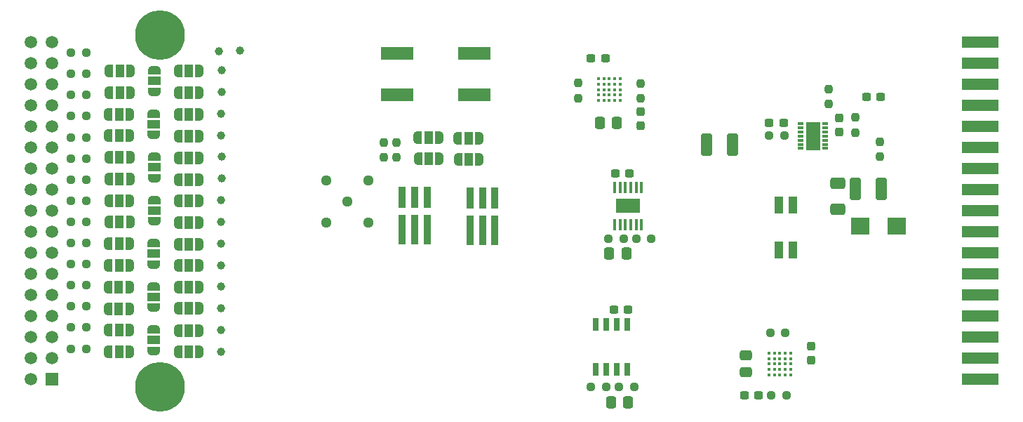
<source format=gbr>
%TF.GenerationSoftware,KiCad,Pcbnew,8.0.7*%
%TF.CreationDate,2024-12-28T14:56:54+01:00*%
%TF.ProjectId,A5256,41353235-362e-46b6-9963-61645f706362,rev?*%
%TF.SameCoordinates,Original*%
%TF.FileFunction,Soldermask,Bot*%
%TF.FilePolarity,Negative*%
%FSLAX46Y46*%
G04 Gerber Fmt 4.6, Leading zero omitted, Abs format (unit mm)*
G04 Created by KiCad (PCBNEW 8.0.7) date 2024-12-28 14:56:54*
%MOMM*%
%LPD*%
G01*
G04 APERTURE LIST*
G04 Aperture macros list*
%AMRoundRect*
0 Rectangle with rounded corners*
0 $1 Rounding radius*
0 $2 $3 $4 $5 $6 $7 $8 $9 X,Y pos of 4 corners*
0 Add a 4 corners polygon primitive as box body*
4,1,4,$2,$3,$4,$5,$6,$7,$8,$9,$2,$3,0*
0 Add four circle primitives for the rounded corners*
1,1,$1+$1,$2,$3*
1,1,$1+$1,$4,$5*
1,1,$1+$1,$6,$7*
1,1,$1+$1,$8,$9*
0 Add four rect primitives between the rounded corners*
20,1,$1+$1,$2,$3,$4,$5,0*
20,1,$1+$1,$4,$5,$6,$7,0*
20,1,$1+$1,$6,$7,$8,$9,0*
20,1,$1+$1,$8,$9,$2,$3,0*%
%AMFreePoly0*
4,1,19,0.550000,-0.750000,0.000000,-0.750000,0.000000,-0.744911,-0.071157,-0.744911,-0.207708,-0.704816,-0.327430,-0.627875,-0.420627,-0.520320,-0.479746,-0.390866,-0.500000,-0.250000,-0.500000,0.250000,-0.479746,0.390866,-0.420627,0.520320,-0.327430,0.627875,-0.207708,0.704816,-0.071157,0.744911,0.000000,0.744911,0.000000,0.750000,0.550000,0.750000,0.550000,-0.750000,0.550000,-0.750000,
$1*%
%AMFreePoly1*
4,1,19,0.000000,0.744911,0.071157,0.744911,0.207708,0.704816,0.327430,0.627875,0.420627,0.520320,0.479746,0.390866,0.500000,0.250000,0.500000,-0.250000,0.479746,-0.390866,0.420627,-0.520320,0.327430,-0.627875,0.207708,-0.704816,0.071157,-0.744911,0.000000,-0.744911,0.000000,-0.750000,-0.550000,-0.750000,-0.550000,0.750000,0.000000,0.750000,0.000000,0.744911,0.000000,0.744911,
$1*%
G04 Aperture macros list end*
%ADD10C,3.400000*%
%ADD11C,6.000000*%
%ADD12R,1.500000X1.500000*%
%ADD13C,1.500000*%
%ADD14RoundRect,0.250000X0.337500X0.475000X-0.337500X0.475000X-0.337500X-0.475000X0.337500X-0.475000X0*%
%ADD15R,0.850000X3.550000*%
%ADD16R,0.850000X2.650000*%
%ADD17RoundRect,0.237500X0.250000X0.237500X-0.250000X0.237500X-0.250000X-0.237500X0.250000X-0.237500X0*%
%ADD18RoundRect,0.250000X0.650000X-0.412500X0.650000X0.412500X-0.650000X0.412500X-0.650000X-0.412500X0*%
%ADD19FreePoly0,180.000000*%
%ADD20R,1.000000X1.500000*%
%ADD21FreePoly1,180.000000*%
%ADD22C,1.000000*%
%ADD23R,2.200000X2.150000*%
%ADD24FreePoly0,270.000000*%
%ADD25R,1.500000X1.000000*%
%ADD26FreePoly1,270.000000*%
%ADD27FreePoly0,0.000000*%
%ADD28FreePoly1,0.000000*%
%ADD29RoundRect,0.237500X0.237500X-0.250000X0.237500X0.250000X-0.237500X0.250000X-0.237500X-0.250000X0*%
%ADD30RoundRect,0.237500X0.300000X0.237500X-0.300000X0.237500X-0.300000X-0.237500X0.300000X-0.237500X0*%
%ADD31RoundRect,0.250000X0.475000X-0.337500X0.475000X0.337500X-0.475000X0.337500X-0.475000X-0.337500X0*%
%ADD32RoundRect,0.237500X-0.237500X0.300000X-0.237500X-0.300000X0.237500X-0.300000X0.237500X0.300000X0*%
%ADD33R,4.500000X1.400000*%
%ADD34RoundRect,0.237500X0.237500X-0.300000X0.237500X0.300000X-0.237500X0.300000X-0.237500X-0.300000X0*%
%ADD35RoundRect,0.237500X-0.250000X-0.237500X0.250000X-0.237500X0.250000X0.237500X-0.250000X0.237500X0*%
%ADD36R,0.800000X0.300000*%
%ADD37R,1.800000X3.400000*%
%ADD38C,0.370000*%
%ADD39RoundRect,0.250000X-0.337500X-0.475000X0.337500X-0.475000X0.337500X0.475000X-0.337500X0.475000X0*%
%ADD40R,0.450000X1.425000*%
%ADD41R,2.947000X1.753000*%
%ADD42RoundRect,0.237500X-0.237500X0.250000X-0.237500X-0.250000X0.237500X-0.250000X0.237500X0.250000X0*%
%ADD43R,4.000000X1.600000*%
%ADD44R,0.650000X1.526000*%
%ADD45R,1.100000X2.100000*%
%ADD46RoundRect,0.250000X-0.412500X-1.100000X0.412500X-1.100000X0.412500X1.100000X-0.412500X1.100000X0*%
%ADD47C,1.297940*%
%ADD48RoundRect,0.237500X-0.300000X-0.237500X0.300000X-0.237500X0.300000X0.237500X-0.300000X0.237500X0*%
G04 APERTURE END LIST*
D10*
%TO.C,H2*%
X114150000Y-75600000D03*
D11*
X114150000Y-75600000D03*
%TD*%
D12*
%TO.C,J2*%
X101090000Y-117140000D03*
D13*
X98550000Y-117140000D03*
X101090000Y-114600000D03*
X98550000Y-114600000D03*
X101090000Y-112060000D03*
X98550000Y-112060000D03*
X101090000Y-109520000D03*
X98550000Y-109520000D03*
X101090000Y-106980000D03*
X98550000Y-106980000D03*
X101090000Y-104440000D03*
X98550000Y-104440000D03*
X101090000Y-101900000D03*
X98550000Y-101900000D03*
X101090000Y-99360000D03*
X98550000Y-99360000D03*
X101090000Y-96820000D03*
X98550000Y-96820000D03*
X101090000Y-94280000D03*
X98550000Y-94280000D03*
X101090000Y-91740000D03*
X98550000Y-91740000D03*
X101090000Y-89200000D03*
X98550000Y-89200000D03*
X101090000Y-86660000D03*
X98550000Y-86660000D03*
X101090000Y-84120000D03*
X98550000Y-84120000D03*
X101090000Y-81580000D03*
X98550000Y-81580000D03*
X101090000Y-79040000D03*
X98550000Y-79040000D03*
X101090000Y-76500000D03*
X98550000Y-76500000D03*
%TD*%
D10*
%TO.C,H1*%
X114190000Y-118060000D03*
D11*
X114190000Y-118060000D03*
%TD*%
D14*
%TO.C,C16*%
X169287500Y-86210000D03*
X167212500Y-86210000D03*
%TD*%
D15*
%TO.C,J6*%
X146410000Y-99100000D03*
D16*
X146410000Y-95200000D03*
D15*
X144910000Y-99100000D03*
D16*
X144910000Y-95200000D03*
D15*
X143410000Y-99100000D03*
D16*
X143410000Y-95200000D03*
%TD*%
D17*
%TO.C,R136*%
X105265700Y-113426900D03*
X103440700Y-113426900D03*
%TD*%
D18*
%TO.C,C5*%
X195940000Y-96612500D03*
X195940000Y-93487500D03*
%TD*%
D17*
%TO.C,R88*%
X105265700Y-98135468D03*
X103440700Y-98135468D03*
%TD*%
D19*
%TO.C,JP11*%
X110518200Y-87755359D03*
D20*
X109218200Y-87755359D03*
D21*
X107918200Y-87755359D03*
%TD*%
D22*
%TO.C,TP7*%
X121590000Y-90300000D03*
%TD*%
D19*
%TO.C,JP9*%
X118933200Y-79956900D03*
D20*
X117633200Y-79956900D03*
D21*
X116333200Y-79956900D03*
%TD*%
D19*
%TO.C,JP29*%
X118933200Y-100816900D03*
D20*
X117633200Y-100816900D03*
D21*
X116333200Y-100816900D03*
%TD*%
D23*
%TO.C,D1*%
X203040000Y-98650000D03*
X198640000Y-98650000D03*
%TD*%
D24*
%TO.C,JP32*%
X113403200Y-105898565D03*
D25*
X113403200Y-107198565D03*
D26*
X113403200Y-108498565D03*
%TD*%
D22*
%TO.C,TP6*%
X121545000Y-87689231D03*
%TD*%
D19*
%TO.C,JP26*%
X110513200Y-103392277D03*
D20*
X109213200Y-103392277D03*
D21*
X107913200Y-103392277D03*
%TD*%
D17*
%TO.C,R33*%
X105265700Y-77746900D03*
X103440700Y-77746900D03*
%TD*%
%TO.C,R7*%
X189512500Y-87690000D03*
X187687500Y-87690000D03*
%TD*%
%TO.C,R137*%
X105265700Y-110878323D03*
X103440700Y-110878323D03*
%TD*%
D27*
%TO.C,JP10*%
X107928200Y-85149206D03*
D20*
X109228200Y-85149206D03*
D28*
X110528200Y-85149206D03*
%TD*%
D29*
%TO.C,R8*%
X198060000Y-87362500D03*
X198060000Y-85537500D03*
%TD*%
D27*
%TO.C,JP1*%
X145290000Y-90560000D03*
D20*
X146590000Y-90560000D03*
D28*
X147890000Y-90560000D03*
%TD*%
D30*
%TO.C,C10*%
X170640000Y-108708000D03*
X168915000Y-108708000D03*
%TD*%
D27*
%TO.C,JP35*%
X107933200Y-111210736D03*
D20*
X109233200Y-111210736D03*
D28*
X110533200Y-111210736D03*
%TD*%
D19*
%TO.C,JP6*%
X110603200Y-82543053D03*
D20*
X109303200Y-82543053D03*
D21*
X108003200Y-82543053D03*
%TD*%
D30*
%TO.C,C9*%
X201132500Y-83080000D03*
X199407500Y-83080000D03*
%TD*%
D22*
%TO.C,TP10*%
X121570000Y-98132307D03*
%TD*%
D31*
%TO.C,C6*%
X184890000Y-116277500D03*
X184890000Y-114202500D03*
%TD*%
D22*
%TO.C,TP4*%
X121646800Y-82470024D03*
%TD*%
D19*
%TO.C,JP24*%
X118933200Y-95616900D03*
D20*
X117633200Y-95616900D03*
D21*
X116333200Y-95616900D03*
%TD*%
D27*
%TO.C,JP30*%
X107903200Y-105998430D03*
D20*
X109203200Y-105998430D03*
D28*
X110503200Y-105998430D03*
%TD*%
D32*
%TO.C,C7*%
X196150000Y-85607500D03*
X196150000Y-87332500D03*
%TD*%
D22*
%TO.C,TP1*%
X121313200Y-77546900D03*
%TD*%
D17*
%TO.C,R3*%
X189637100Y-111510000D03*
X187812100Y-111510000D03*
%TD*%
D33*
%TO.C,J4*%
X213160000Y-76500000D03*
X213160000Y-79040000D03*
X213160000Y-81580000D03*
X213160000Y-84120000D03*
X213160000Y-86660000D03*
X213160000Y-89200000D03*
X213160000Y-91740000D03*
X213160000Y-94280000D03*
X213160000Y-96820000D03*
X213160000Y-99360000D03*
X213160000Y-101900000D03*
X213160000Y-104440000D03*
X213160000Y-106980000D03*
X213160000Y-109520000D03*
X213160000Y-112060000D03*
X213160000Y-114600000D03*
X213160000Y-117140000D03*
%TD*%
D24*
%TO.C,JP12*%
X113428200Y-85065233D03*
D25*
X113428200Y-86365233D03*
D26*
X113428200Y-87665233D03*
%TD*%
D22*
%TO.C,TP13*%
X121510000Y-105964614D03*
%TD*%
D24*
%TO.C,JP37*%
X113433200Y-111106900D03*
D25*
X113433200Y-112406900D03*
D26*
X113433200Y-113706900D03*
%TD*%
D17*
%TO.C,R121*%
X105265700Y-105781181D03*
X103440700Y-105781181D03*
%TD*%
D29*
%TO.C,R2*%
X142730000Y-90382500D03*
X142730000Y-88557500D03*
%TD*%
D34*
%TO.C,C3*%
X192764600Y-114815000D03*
X192764600Y-113090000D03*
%TD*%
D14*
%TO.C,C14*%
X170653100Y-119926200D03*
X168578100Y-119926200D03*
%TD*%
D19*
%TO.C,JP3*%
X147850000Y-87980000D03*
D20*
X146550000Y-87980000D03*
D21*
X145250000Y-87980000D03*
%TD*%
D24*
%TO.C,JP17*%
X113483200Y-90273566D03*
D25*
X113483200Y-91573566D03*
D26*
X113483200Y-92873566D03*
%TD*%
D35*
%TO.C,R11*%
X166175000Y-118018000D03*
X168000000Y-118018000D03*
%TD*%
D22*
%TO.C,TP8*%
X121600000Y-92910769D03*
%TD*%
D36*
%TO.C,IC2*%
X194460000Y-86287500D03*
X194460000Y-86787500D03*
X194460000Y-87287500D03*
X194460000Y-87787500D03*
X194460000Y-88287500D03*
X194460000Y-88787500D03*
X194460000Y-89287500D03*
X191460000Y-89287500D03*
X191460000Y-88787500D03*
X191460000Y-88287500D03*
X191460000Y-87787500D03*
X191460000Y-87287500D03*
X191460000Y-86787500D03*
X191460000Y-86287500D03*
D37*
X192960000Y-87787500D03*
%TD*%
D17*
%TO.C,R56*%
X105265700Y-87941184D03*
X103440700Y-87941184D03*
%TD*%
D32*
%TO.C,C12*%
X172120000Y-84840000D03*
X172120000Y-86565000D03*
%TD*%
D27*
%TO.C,JP18*%
X116333200Y-93026900D03*
D20*
X117633200Y-93026900D03*
D28*
X118933200Y-93026900D03*
%TD*%
D19*
%TO.C,JP19*%
X118933200Y-90436900D03*
D20*
X117633200Y-90436900D03*
D21*
X116333200Y-90436900D03*
%TD*%
D30*
%TO.C,C4*%
X186377100Y-119030000D03*
X184652100Y-119030000D03*
%TD*%
D27*
%TO.C,JP13*%
X116333200Y-87816900D03*
D20*
X117633200Y-87816900D03*
D28*
X118933200Y-87816900D03*
%TD*%
D27*
%TO.C,JP28*%
X116333200Y-103406900D03*
D20*
X117633200Y-103406900D03*
D28*
X118933200Y-103406900D03*
%TD*%
D38*
%TO.C,IC3*%
X169690000Y-80885000D03*
X169040000Y-80885000D03*
X168390000Y-80885000D03*
X167740000Y-80885000D03*
X167090000Y-80885000D03*
X169690000Y-81535000D03*
X169040000Y-81535000D03*
X168390000Y-81535000D03*
X167740000Y-81535000D03*
X167090000Y-81535000D03*
X169690000Y-82185000D03*
X169040000Y-82185000D03*
X168390000Y-82185000D03*
X167740000Y-82185000D03*
X167090000Y-82185000D03*
X169690000Y-82835000D03*
X169040000Y-82835000D03*
X168390000Y-82835000D03*
X167740000Y-82835000D03*
X167090000Y-82835000D03*
X169690000Y-83485000D03*
X169040000Y-83485000D03*
X168390000Y-83485000D03*
X167740000Y-83485000D03*
X167090000Y-83485000D03*
%TD*%
D24*
%TO.C,JP22*%
X113453200Y-95481899D03*
D25*
X113453200Y-96781899D03*
D26*
X113453200Y-98081899D03*
%TD*%
D27*
%TO.C,JP25*%
X107923200Y-100786124D03*
D20*
X109223200Y-100786124D03*
D28*
X110523200Y-100786124D03*
%TD*%
D39*
%TO.C,C15*%
X168385000Y-101950000D03*
X170460000Y-101950000D03*
%TD*%
D19*
%TO.C,JP2*%
X152725000Y-90580000D03*
D20*
X151425000Y-90580000D03*
D21*
X150125000Y-90580000D03*
%TD*%
D19*
%TO.C,JP14*%
X118933200Y-85226900D03*
D20*
X117633200Y-85226900D03*
D21*
X116333200Y-85226900D03*
%TD*%
D22*
%TO.C,TP11*%
X121530000Y-100743076D03*
%TD*%
D27*
%TO.C,JP23*%
X116333200Y-98206900D03*
D20*
X117633200Y-98206900D03*
D28*
X118933200Y-98206900D03*
%TD*%
D40*
%TO.C,IC4*%
X169015000Y-94018000D03*
X169665000Y-94018000D03*
X170315000Y-94018000D03*
X170965000Y-94018000D03*
X171615000Y-94018000D03*
X172265000Y-94018000D03*
X172265000Y-98442000D03*
X171615000Y-98442000D03*
X170965000Y-98442000D03*
X170315000Y-98442000D03*
X169665000Y-98442000D03*
X169015000Y-98442000D03*
D41*
X170640000Y-96230000D03*
%TD*%
D22*
%TO.C,TP9*%
X121560000Y-95521538D03*
%TD*%
D42*
%TO.C,R9*%
X164650000Y-81410000D03*
X164650000Y-83235000D03*
%TD*%
D27*
%TO.C,JP15*%
X107983200Y-90361512D03*
D20*
X109283200Y-90361512D03*
D28*
X110583200Y-90361512D03*
%TD*%
D19*
%TO.C,JP34*%
X118933200Y-105996900D03*
D20*
X117633200Y-105996900D03*
D21*
X116333200Y-105996900D03*
%TD*%
D17*
%TO.C,R40*%
X105265700Y-82844042D03*
X103440700Y-82844042D03*
%TD*%
D19*
%TO.C,JP31*%
X110493200Y-108604583D03*
D20*
X109193200Y-108604583D03*
D21*
X107893200Y-108604583D03*
%TD*%
D35*
%TO.C,R6*%
X187949600Y-119030000D03*
X189774600Y-119030000D03*
%TD*%
D30*
%TO.C,C8*%
X189392500Y-86220000D03*
X187667500Y-86220000D03*
%TD*%
D19*
%TO.C,JP21*%
X110583200Y-98179971D03*
D20*
X109283200Y-98179971D03*
D21*
X107983200Y-98179971D03*
%TD*%
D43*
%TO.C,J5*%
X142780000Y-82790000D03*
X142780000Y-77790000D03*
X152080000Y-77790000D03*
X152080000Y-82790000D03*
%TD*%
D44*
%TO.C,IC5*%
X170575000Y-115932000D03*
X169305000Y-115932000D03*
X168035000Y-115932000D03*
X166765000Y-115932000D03*
X166765000Y-110508000D03*
X168035000Y-110508000D03*
X169305000Y-110508000D03*
X170575000Y-110508000D03*
%TD*%
D17*
%TO.C,R57*%
X105265700Y-85392613D03*
X103440700Y-85392613D03*
%TD*%
D22*
%TO.C,TP14*%
X121520000Y-108575383D03*
%TD*%
D27*
%TO.C,JP33*%
X116333200Y-108586900D03*
D20*
X117633200Y-108586900D03*
D28*
X118933200Y-108586900D03*
%TD*%
D17*
%TO.C,R73*%
X105265700Y-90489755D03*
X103440700Y-90489755D03*
%TD*%
D30*
%TO.C,C11*%
X167905000Y-78450000D03*
X166180000Y-78450000D03*
%TD*%
D19*
%TO.C,JP39*%
X118933200Y-111226900D03*
D20*
X117633200Y-111226900D03*
D21*
X116333200Y-111226900D03*
%TD*%
D42*
%TO.C,R4*%
X194850000Y-82127500D03*
X194850000Y-83952500D03*
%TD*%
D29*
%TO.C,R1*%
X141210000Y-90372500D03*
X141210000Y-88547500D03*
%TD*%
D22*
%TO.C,TP2*%
X123790000Y-77500000D03*
%TD*%
D45*
%TO.C,L1*%
X190530000Y-101495000D03*
X188830000Y-101495000D03*
X188830000Y-96095000D03*
X190530000Y-96095000D03*
%TD*%
D17*
%TO.C,R104*%
X105265700Y-103232610D03*
X103440700Y-103232610D03*
%TD*%
D46*
%TO.C,C2*%
X198097500Y-94140000D03*
X201222500Y-94140000D03*
%TD*%
D17*
%TO.C,R72*%
X105265700Y-93038326D03*
X103440700Y-93038326D03*
%TD*%
D22*
%TO.C,TP3*%
X121621800Y-79870024D03*
%TD*%
D15*
%TO.C,J1*%
X154590000Y-99130000D03*
D16*
X154590000Y-95230000D03*
D15*
X153090000Y-99130000D03*
D16*
X153090000Y-95230000D03*
D15*
X151590000Y-99130000D03*
D16*
X151590000Y-95230000D03*
%TD*%
D29*
%TO.C,R14*%
X172120000Y-83265000D03*
X172120000Y-81440000D03*
%TD*%
D19*
%TO.C,JP36*%
X110523200Y-113816900D03*
D20*
X109223200Y-113816900D03*
D21*
X107923200Y-113816900D03*
%TD*%
D17*
%TO.C,R13*%
X173460000Y-100210000D03*
X171635000Y-100210000D03*
%TD*%
D38*
%TO.C,IC1*%
X190254600Y-116580000D03*
X190254600Y-115930000D03*
X190254600Y-115280000D03*
X190254600Y-114630000D03*
X190254600Y-113980000D03*
X189604600Y-116580000D03*
X189604600Y-115930000D03*
X189604600Y-115280000D03*
X189604600Y-114630000D03*
X189604600Y-113980000D03*
X188954600Y-116580000D03*
X188954600Y-115930000D03*
X188954600Y-115280000D03*
X188954600Y-114630000D03*
X188954600Y-113980000D03*
X188304600Y-116580000D03*
X188304600Y-115930000D03*
X188304600Y-115280000D03*
X188304600Y-114630000D03*
X188304600Y-113980000D03*
X187654600Y-116580000D03*
X187654600Y-115930000D03*
X187654600Y-115280000D03*
X187654600Y-114630000D03*
X187654600Y-113980000D03*
%TD*%
D17*
%TO.C,R89*%
X105265700Y-95586897D03*
X103440700Y-95586897D03*
%TD*%
%TO.C,R105*%
X105265700Y-100684039D03*
X103440700Y-100684039D03*
%TD*%
D29*
%TO.C,R5*%
X201050000Y-90292500D03*
X201050000Y-88467500D03*
%TD*%
D27*
%TO.C,JP38*%
X116333200Y-113816900D03*
D20*
X117633200Y-113816900D03*
D28*
X118933200Y-113816900D03*
%TD*%
D24*
%TO.C,JP7*%
X113503200Y-79856900D03*
D25*
X113503200Y-81156900D03*
D26*
X113503200Y-82456900D03*
%TD*%
D17*
%TO.C,R12*%
X170110000Y-100200000D03*
X168285000Y-100200000D03*
%TD*%
D46*
%TO.C,C1*%
X180147500Y-88870000D03*
X183272500Y-88870000D03*
%TD*%
D17*
%TO.C,R41*%
X105265700Y-80295471D03*
X103440700Y-80295471D03*
%TD*%
%TO.C,R120*%
X105265700Y-108329752D03*
X103440700Y-108329752D03*
%TD*%
D22*
%TO.C,TP16*%
X121550000Y-113796924D03*
%TD*%
D27*
%TO.C,JP5*%
X108003200Y-79936900D03*
D20*
X109303200Y-79936900D03*
D28*
X110603200Y-79936900D03*
%TD*%
D47*
%TO.C,J3*%
X134270000Y-98250000D03*
X139350000Y-98250000D03*
X139350000Y-93170000D03*
X134270000Y-93170000D03*
X136810000Y-95710000D03*
%TD*%
D27*
%TO.C,JP4*%
X150075000Y-88030000D03*
D20*
X151375000Y-88030000D03*
D28*
X152675000Y-88030000D03*
%TD*%
D22*
%TO.C,TP15*%
X121540000Y-111186152D03*
%TD*%
D24*
%TO.C,JP27*%
X113423200Y-100690232D03*
D25*
X113423200Y-101990232D03*
D26*
X113423200Y-103290232D03*
%TD*%
D27*
%TO.C,JP20*%
X107953200Y-95573818D03*
D20*
X109253200Y-95573818D03*
D28*
X110553200Y-95573818D03*
%TD*%
D22*
%TO.C,TP5*%
X121535000Y-85078462D03*
%TD*%
%TO.C,TP12*%
X121540000Y-103353845D03*
%TD*%
D19*
%TO.C,JP16*%
X110573200Y-92967665D03*
D20*
X109273200Y-92967665D03*
D21*
X107973200Y-92967665D03*
%TD*%
D35*
%TO.C,R10*%
X169535000Y-118018000D03*
X171360000Y-118018000D03*
%TD*%
D27*
%TO.C,JP8*%
X116333200Y-82546900D03*
D20*
X117633200Y-82546900D03*
D28*
X118933200Y-82546900D03*
%TD*%
D48*
%TO.C,C13*%
X169110000Y-92280000D03*
X170835000Y-92280000D03*
%TD*%
M02*

</source>
